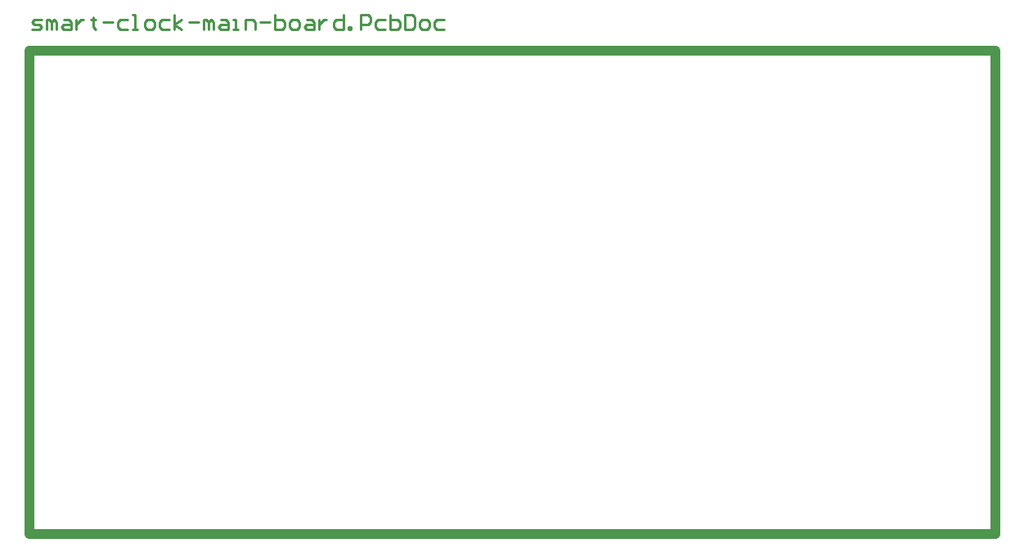
<source format=gm1>
G04*
G04 #@! TF.GenerationSoftware,Altium Limited,Altium Designer,20.0.13 (296)*
G04*
G04 Layer_Color=16711935*
%FSLAX25Y25*%
%MOIN*%
G70*
G01*
G75*
%ADD10C,0.01000*%
%ADD24C,0.03937*%
D10*
X1000Y205724D02*
X3999D01*
X4999Y206724D01*
X3999Y207724D01*
X2000D01*
X1000Y208723D01*
X2000Y209723D01*
X4999D01*
X6998Y205724D02*
Y209723D01*
X7998D01*
X8997Y208723D01*
Y205724D01*
Y208723D01*
X9997Y209723D01*
X10997Y208723D01*
Y205724D01*
X13996Y209723D02*
X15995D01*
X16995Y208723D01*
Y205724D01*
X13996D01*
X12996Y206724D01*
X13996Y207724D01*
X16995D01*
X18994Y209723D02*
Y205724D01*
Y207724D01*
X19994Y208723D01*
X20993Y209723D01*
X21993D01*
X25992Y210723D02*
Y209723D01*
X24992D01*
X26992D01*
X25992D01*
Y206724D01*
X26992Y205724D01*
X29991Y208723D02*
X33989D01*
X39987Y209723D02*
X36988D01*
X35989Y208723D01*
Y206724D01*
X36988Y205724D01*
X39987D01*
X41987D02*
X43986D01*
X42986D01*
Y211722D01*
X41987D01*
X47985Y205724D02*
X49984D01*
X50984Y206724D01*
Y208723D01*
X49984Y209723D01*
X47985D01*
X46985Y208723D01*
Y206724D01*
X47985Y205724D01*
X56982Y209723D02*
X53983D01*
X52983Y208723D01*
Y206724D01*
X53983Y205724D01*
X56982D01*
X58981D02*
Y211722D01*
Y207724D02*
X61980Y209723D01*
X58981Y207724D02*
X61980Y205724D01*
X64979Y208723D02*
X68978D01*
X70977Y205724D02*
Y209723D01*
X71977D01*
X72977Y208723D01*
Y205724D01*
Y208723D01*
X73976Y209723D01*
X74976Y208723D01*
Y205724D01*
X77975Y209723D02*
X79975D01*
X80974Y208723D01*
Y205724D01*
X77975D01*
X76975Y206724D01*
X77975Y207724D01*
X80974D01*
X82973Y205724D02*
X84973D01*
X83973D01*
Y209723D01*
X82973D01*
X87972Y205724D02*
Y209723D01*
X90971D01*
X91971Y208723D01*
Y205724D01*
X93970Y208723D02*
X97969D01*
X99968Y211722D02*
Y205724D01*
X102967D01*
X103967Y206724D01*
Y207724D01*
Y208723D01*
X102967Y209723D01*
X99968D01*
X106966Y205724D02*
X108965D01*
X109965Y206724D01*
Y208723D01*
X108965Y209723D01*
X106966D01*
X105966Y208723D01*
Y206724D01*
X106966Y205724D01*
X112964Y209723D02*
X114963D01*
X115963Y208723D01*
Y205724D01*
X112964D01*
X111964Y206724D01*
X112964Y207724D01*
X115963D01*
X117962Y209723D02*
Y205724D01*
Y207724D01*
X118962Y208723D01*
X119962Y209723D01*
X120961D01*
X127959Y211722D02*
Y205724D01*
X124960D01*
X123960Y206724D01*
Y208723D01*
X124960Y209723D01*
X127959D01*
X129958Y205724D02*
Y206724D01*
X130958D01*
Y205724D01*
X129958D01*
X134957D02*
Y211722D01*
X137956D01*
X138955Y210723D01*
Y208723D01*
X137956Y207724D01*
X134957D01*
X144953Y209723D02*
X141954D01*
X140955Y208723D01*
Y206724D01*
X141954Y205724D01*
X144953D01*
X146953Y211722D02*
Y205724D01*
X149952D01*
X150952Y206724D01*
Y207724D01*
Y208723D01*
X149952Y209723D01*
X146953D01*
X152951Y211722D02*
Y205724D01*
X155950D01*
X156949Y206724D01*
Y210723D01*
X155950Y211722D01*
X152951D01*
X159949Y205724D02*
X161948D01*
X162948Y206724D01*
Y208723D01*
X161948Y209723D01*
X159949D01*
X158949Y208723D01*
Y206724D01*
X159949Y205724D01*
X168946Y209723D02*
X165947D01*
X164947Y208723D01*
Y206724D01*
X165947Y205724D01*
X168946D01*
D24*
X0Y0D02*
X393701D01*
X393699Y196848D02*
X393701Y196851D01*
X393701Y0D02*
X393701Y196851D01*
X-0Y196848D02*
X393699D01*
X-0D02*
X0Y196848D01*
Y0D02*
Y196848D01*
M02*

</source>
